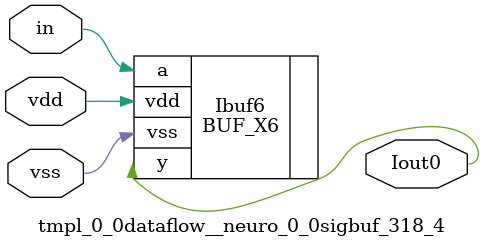
<source format=v>
module tmpl_0_0dataflow__neuro_0_0sigbuf_318_4(in, Iout0 , vdd, vss); 
   input vdd;
   input vss;
   input in;
   

// -- signals ---
   wire in;
   output Iout0 ;

// --- instances
BUF_X6 Ibuf6  (.y(Iout0 ), .a(in), .vdd(vdd), .vss(vss));
endmodule
</source>
